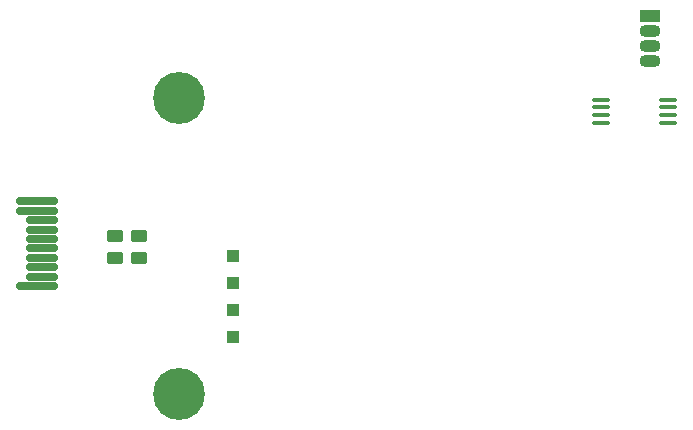
<source format=gbs>
G04 #@! TF.GenerationSoftware,KiCad,Pcbnew,8.0.1*
G04 #@! TF.CreationDate,2024-04-20T17:20:36+01:00*
G04 #@! TF.ProjectId,le-carnard-bleu,6c652d63-6172-46e6-9172-642d626c6575,rev?*
G04 #@! TF.SameCoordinates,Original*
G04 #@! TF.FileFunction,Soldermask,Bot*
G04 #@! TF.FilePolarity,Negative*
%FSLAX46Y46*%
G04 Gerber Fmt 4.6, Leading zero omitted, Abs format (unit mm)*
G04 Created by KiCad (PCBNEW 8.0.1) date 2024-04-20 17:20:36*
%MOMM*%
%LPD*%
G01*
G04 APERTURE LIST*
G04 Aperture macros list*
%AMRoundRect*
0 Rectangle with rounded corners*
0 $1 Rounding radius*
0 $2 $3 $4 $5 $6 $7 $8 $9 X,Y pos of 4 corners*
0 Add a 4 corners polygon primitive as box body*
4,1,4,$2,$3,$4,$5,$6,$7,$8,$9,$2,$3,0*
0 Add four circle primitives for the rounded corners*
1,1,$1+$1,$2,$3*
1,1,$1+$1,$4,$5*
1,1,$1+$1,$6,$7*
1,1,$1+$1,$8,$9*
0 Add four rect primitives between the rounded corners*
20,1,$1+$1,$2,$3,$4,$5,0*
20,1,$1+$1,$4,$5,$6,$7,0*
20,1,$1+$1,$6,$7,$8,$9,0*
20,1,$1+$1,$8,$9,$2,$3,0*%
G04 Aperture macros list end*
%ADD10RoundRect,0.150000X-1.600000X-0.150000X1.600000X-0.150000X1.600000X0.150000X-1.600000X0.150000X0*%
%ADD11RoundRect,0.150000X-1.200000X-0.150000X1.200000X-0.150000X1.200000X0.150000X-1.200000X0.150000X0*%
%ADD12C,0.700000*%
%ADD13C,4.400000*%
%ADD14R,1.800000X1.070000*%
%ADD15O,1.800000X1.070000*%
%ADD16R,1.000000X1.000000*%
%ADD17RoundRect,0.100000X0.637500X0.100000X-0.637500X0.100000X-0.637500X-0.100000X0.637500X-0.100000X0*%
%ADD18RoundRect,0.250000X-0.450000X0.262500X-0.450000X-0.262500X0.450000X-0.262500X0.450000X0.262500X0*%
G04 APERTURE END LIST*
D10*
X100500000Y-103400000D03*
D11*
X100900000Y-102600000D03*
X100900000Y-101800000D03*
X100900000Y-101000000D03*
X100900000Y-100200000D03*
X100900000Y-99400000D03*
X100900000Y-98600000D03*
X100900000Y-97800000D03*
D10*
X100500000Y-97000000D03*
X100500000Y-96200000D03*
D12*
X110850000Y-87500000D03*
X111333274Y-86333274D03*
X111333274Y-88666726D03*
X112500000Y-85850000D03*
D13*
X112500000Y-87500000D03*
D12*
X112500000Y-89150000D03*
X113666726Y-86333274D03*
X113666726Y-88666726D03*
X114150000Y-87500000D03*
D14*
X152400000Y-80518000D03*
D15*
X152400000Y-81788000D03*
X152400000Y-83058000D03*
X152400000Y-84328000D03*
D12*
X110850000Y-112500000D03*
X111333274Y-111333274D03*
X111333274Y-113666726D03*
X112500000Y-110850000D03*
D13*
X112500000Y-112500000D03*
D12*
X112500000Y-114150000D03*
X113666726Y-111333274D03*
X113666726Y-113666726D03*
X114150000Y-112500000D03*
D16*
X117094000Y-107696000D03*
D17*
X153924000Y-87600000D03*
X153924000Y-88250000D03*
X153924000Y-88900000D03*
X153924000Y-89550000D03*
X148199000Y-89550000D03*
X148199000Y-88900000D03*
X148199000Y-88250000D03*
X148199000Y-87600000D03*
D18*
X109093000Y-99163500D03*
X109093000Y-100988500D03*
D16*
X117094000Y-100838000D03*
X117094000Y-105410000D03*
D18*
X107061000Y-99163500D03*
X107061000Y-100988500D03*
D16*
X117094000Y-103124000D03*
M02*

</source>
